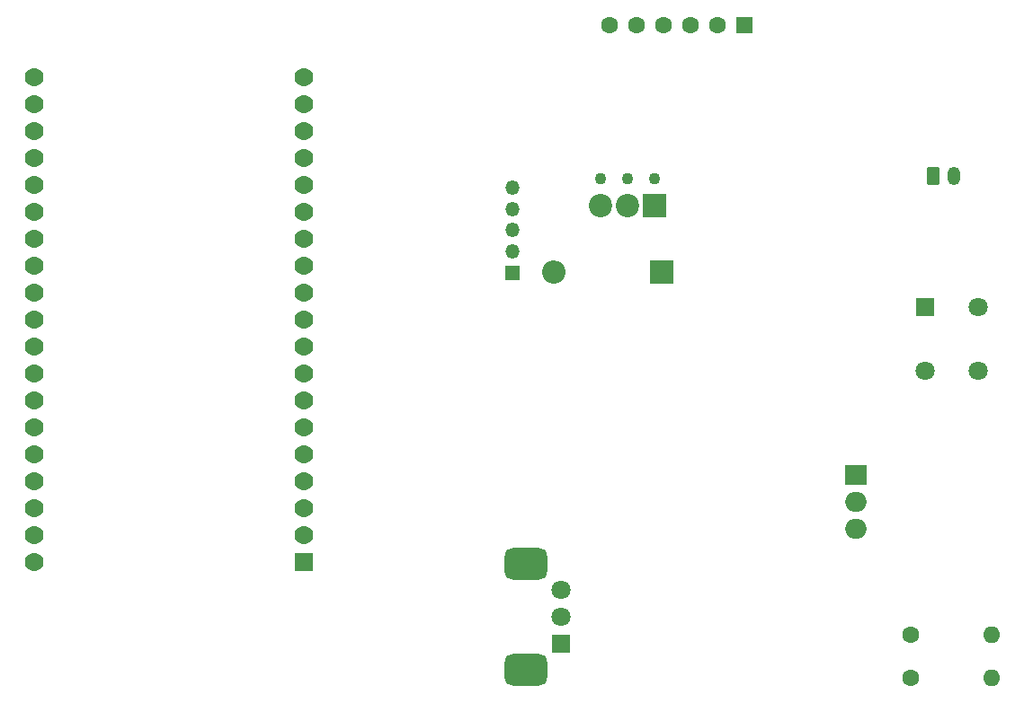
<source format=gbr>
%TF.GenerationSoftware,KiCad,Pcbnew,8.0.7*%
%TF.CreationDate,2025-06-16T00:37:16-04:00*%
%TF.ProjectId,controller,636f6e74-726f-46c6-9c65-722e6b696361,rev?*%
%TF.SameCoordinates,Original*%
%TF.FileFunction,Soldermask,Bot*%
%TF.FilePolarity,Negative*%
%FSLAX46Y46*%
G04 Gerber Fmt 4.6, Leading zero omitted, Abs format (unit mm)*
G04 Created by KiCad (PCBNEW 8.0.7) date 2025-06-16 00:37:16*
%MOMM*%
%LPD*%
G01*
G04 APERTURE LIST*
G04 Aperture macros list*
%AMRoundRect*
0 Rectangle with rounded corners*
0 $1 Rounding radius*
0 $2 $3 $4 $5 $6 $7 $8 $9 X,Y pos of 4 corners*
0 Add a 4 corners polygon primitive as box body*
4,1,4,$2,$3,$4,$5,$6,$7,$8,$9,$2,$3,0*
0 Add four circle primitives for the rounded corners*
1,1,$1+$1,$2,$3*
1,1,$1+$1,$4,$5*
1,1,$1+$1,$6,$7*
1,1,$1+$1,$8,$9*
0 Add four rect primitives between the rounded corners*
20,1,$1+$1,$2,$3,$4,$5,0*
20,1,$1+$1,$4,$5,$6,$7,0*
20,1,$1+$1,$6,$7,$8,$9,0*
20,1,$1+$1,$8,$9,$2,$3,0*%
G04 Aperture macros list end*
%ADD10C,1.600000*%
%ADD11O,1.600000X1.600000*%
%ADD12R,1.800000X1.800000*%
%ADD13C,1.800000*%
%ADD14RoundRect,0.750000X-1.250000X-0.750000X1.250000X-0.750000X1.250000X0.750000X-1.250000X0.750000X0*%
%ADD15C,1.100000*%
%ADD16R,2.200000X2.200000*%
%ADD17C,2.200000*%
%ADD18R,2.000000X1.905000*%
%ADD19O,2.000000X1.905000*%
%ADD20RoundRect,0.102000X0.780000X0.780000X-0.780000X0.780000X-0.780000X-0.780000X0.780000X-0.780000X0*%
%ADD21C,1.764000*%
%ADD22RoundRect,0.250000X-0.350000X-0.625000X0.350000X-0.625000X0.350000X0.625000X-0.350000X0.625000X0*%
%ADD23O,1.200000X1.750000*%
%ADD24R,1.600200X1.600200*%
%ADD25C,1.600200*%
%ADD26R,1.350000X1.350000*%
%ADD27O,1.350000X1.350000*%
%ADD28O,2.200000X2.200000*%
G04 APERTURE END LIST*
D10*
%TO.C,R2*%
X173690000Y-116550000D03*
D11*
X181310000Y-116550000D03*
%TD*%
D12*
%TO.C,RV1*%
X140775000Y-113300000D03*
D13*
X140775000Y-110800000D03*
X140775000Y-108300000D03*
D14*
X137475000Y-115800000D03*
X137475000Y-105800000D03*
%TD*%
D15*
%TO.C,J1*%
X149580000Y-69460000D03*
X147040000Y-69460000D03*
X144500000Y-69460000D03*
D16*
X149580000Y-72000000D03*
D17*
X147040000Y-72000000D03*
X144500000Y-72000000D03*
%TD*%
D18*
%TO.C,Q2*%
X168500000Y-97460000D03*
D19*
X168500000Y-100000000D03*
X168500000Y-102540000D03*
%TD*%
D20*
%TO.C,U3*%
X116500000Y-105620000D03*
D21*
X116500000Y-103080000D03*
X116500000Y-100540000D03*
X116500000Y-98000000D03*
X116500000Y-95460000D03*
X116500000Y-92920000D03*
X116500000Y-90380000D03*
X116500000Y-87840000D03*
X116500000Y-85300000D03*
X116500000Y-82760000D03*
X116500000Y-80220000D03*
X116500000Y-77680000D03*
X116500000Y-75140000D03*
X116500000Y-72600000D03*
X116500000Y-70060000D03*
X116500000Y-67520000D03*
X116500000Y-64980000D03*
X116500000Y-62440000D03*
X116500000Y-59900000D03*
X91100000Y-105620000D03*
X91100000Y-103080000D03*
X91100000Y-100540000D03*
X91100000Y-98000000D03*
X91100000Y-95460000D03*
X91100000Y-92920000D03*
X91100000Y-90380000D03*
X91100000Y-87840000D03*
X91100000Y-85300000D03*
X91100000Y-82760000D03*
X91100000Y-80220000D03*
X91100000Y-77680000D03*
X91100000Y-75140000D03*
X91100000Y-72600000D03*
X91100000Y-70060000D03*
X91100000Y-67520000D03*
X91100000Y-64980000D03*
X91100000Y-62440000D03*
X91100000Y-59900000D03*
%TD*%
D22*
%TO.C,BT1*%
X175772500Y-69222500D03*
D23*
X177772500Y-69222500D03*
%TD*%
D24*
%TO.C,U4*%
X158040000Y-55000000D03*
D25*
X155500000Y-55000000D03*
X152960000Y-55000000D03*
X150420000Y-55000000D03*
X147880000Y-55000000D03*
X145340000Y-55000000D03*
%TD*%
D26*
%TO.C,J2*%
X136170000Y-78350000D03*
D27*
X136170000Y-76350000D03*
X136170000Y-74350000D03*
X136170000Y-72350000D03*
X136170000Y-70350000D03*
%TD*%
D10*
%TO.C,R1*%
X173690000Y-112500000D03*
D11*
X181310000Y-112500000D03*
%TD*%
D12*
%TO.C,SW1*%
X175077500Y-81577500D03*
D13*
X180077500Y-81577500D03*
X175077500Y-87577500D03*
X180077500Y-87577500D03*
%TD*%
D16*
%TO.C,D1*%
X150230000Y-78250000D03*
D28*
X140070000Y-78250000D03*
%TD*%
M02*

</source>
